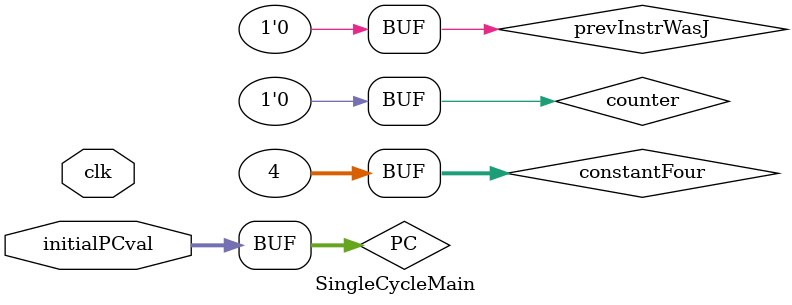
<source format=v>
`include "InstructionMemory.v"
`include "LeftShifter_2bit.v"
`include "Adder32Bit.v"
`include "DataMemory.v"
`include "MUX_2to1_5bit.v"
`include "RegisterFile.v"
`include "SignExtender_16to32.v"
`include "MUX_2to1.v"
`include "ALU_Core.v"
`include "ALU_Control.v"
`include "Controller.v"
`include "MUX_4to1.v"
`include "MUX_4to1_5bit.v"

module SingleCycleMain(initialPCval, clk);
  input [31:0]initialPCval;  
  input clk;
  
  reg [31:0]PC;
  reg [31:0]init_PC;
  wire [31:0]instrWire;  
  InstructionMemory instrMem(.readAddress(PC),.instruction(instrWire));
  
  wire [31:0]outputFromShiftLeft;
  LeftShifter_2bit instLftShft(.inData(outputDataSEXT),.outData(outputFromShiftLeft));
  
  reg [31:0]constantFour;
  wire [31:0]nextPCval;
  wire overflow1;
  Adder32Bit nextPCvalue(.input1(PC),.input2(constantFour),.out(nextPCval),.overflowBit(overflow1));

  wire [31:0]nextPCvalPlusOffset; 
  wire overflow2;
  Adder32Bit PCafterBranch(.input1(nextPCval),.input2(outputFromShiftLeft),.out(nextPCvalPlusOffset), .overflowBit(overflow2));
  
  wire[31:0]outputData;
  wire MemRead, MemWrite;
  DataMemory dataMem(.inputAddress(ALUout),.inputData32bit(readData2),.outputData32bit(outputData),.MemRead(MemRead),.MemWrite(MemWrite));
  
  wire [4:0]inputReg1;
  wire [4:0]inputReg2;
  wire [1:0] RegDst;
  wire [4:0]writeRegWire;
  MUX_4to1_5bit regDstMUX(.input0(instrWire[20:16]),.input1(instrWire[15:11]),.input2(5'd31),.input3(5'd0),.select(RegDst),.out(writeRegWire));
  
  wire [4:0]readReg1, readReg2, writeReg, reg2_mux;
  wire [31:0]writeData;
  wire [31:0]readData1, readData2;
  wire RegWrite, is_jr;
  MUX_2to1_5bit regfile_sec_jr(.input0 (instrWire[20:16]),.input1(5'd31),.select(is_jr),.out (reg2_mux));
  RegisterFile regFile(.readReg1(instrWire[25:21]),.readReg2(reg2_mux),.writeReg(writeRegWire),.writeData(writeDataToReg),.readData1(readData1),.readData2(readData2),.RegWrite(RegWrite));
  
  wire [31:0]outputDataSEXT;
  SignExtender_16to32 signExt(.inputData(instrWire[15:0]),.outputData(outputDataSEXT));
  
  wire aluSrc;
  wire [31:0] ALUSrc2;
  MUX_2to1 aluSrc2MUX(.input0 (readData2),.input1(outputDataSEXT),.select(aluSrc),.out (ALUSrc2));
  
  wire [5:0]FunctField;
  wire [1:0]ALUOp;
  
  wire [2:0]ALUCtrl;  
  wire[31:0]ALUout;
  wire ZeroOUT;
  ALU_Core aluCoreInstance(.ALUSrc1 (readData1),.ALUSrc2 (ALUSrc2),.ALUCtrl (ALUCtrl),.ALUResult (ALUout),.Zero(ZeroOUT));
  
  wire Branch;
  wire BranchEnabled;  
  and branchAND(BranchEnabled, Branch, ZeroOUT);
  
  wire [31:0]nextPCactual;
  MUX_2to1 pcSrcMUX(.input0 (nextPCval),.input1(nextPCvalPlusOffset),.select(BranchEnabled),.out (nextPCactual));

  wire [1:0]MemtoReg;
  wire [31:0]writeDataToReg;
  MUX_4to1 mem2regSrcMUX(.input0 (ALUout), .input1(outputData),.input2(jumpTarget),.input3(init_PC),.select(MemtoReg), .out (writeDataToReg));
  

  reg [31:0]jumpTarget;
  reg counter, prevInstrWasJ;

  Controller main_controller(.OpCode(instrWire[31:26]), .ctrl_signals({ALUOp,RegDst,Branch,MemRead,MemWrite,aluSrc,MemtoReg,RegWrite,ALUCtrl,is_jr}),.FunctField(instrWire[5:0]),.ALUOp(ALUOp),.ALUCtrl(ALUCtrl));
  
  always @(initialPCval)
  begin
   counter = 0; 
   constantFour = 4;
   PC = initialPCval;
   prevInstrWasJ = 0;
  end
   
  always@(posedge clk)
  begin



    $display("PC = %d", PC);
    // $display(" = %d", );
    $display("---------------------------------");  
    

    if(instrWire[31:26]==6'b000010 | instrWire[31:26]==6'b000011)begin // for normal jump
      init_PC = nextPCval;
      prevInstrWasJ = 1;
      jumpTarget = {PC[31:28],instrWire[25:0],2'b00};  
    end
    else if (instrWire[31:26]==6'b000000 & instrWire[5:0]==6'b001000)begin // for jr
      prevInstrWasJ = 1;
      jumpTarget = ALUout;  
    end
    else
      prevInstrWasJ = 0;

    counter = 1;

    if(counter != 0)
      PC = nextPCactual;
    
    if(prevInstrWasJ == 1)
      PC = jumpTarget;
  end
  
endmodule
</source>
